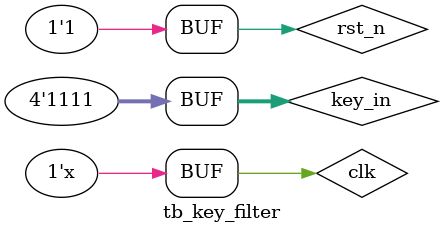
<source format=v>
`timescale 1ns / 1ps
module tb_key_filter;
	reg clk;
	reg rst_n;
	reg [3:0] key_in;
	wire [3:0] led;
	key_filter uut (
		.clk(clk), 
		.rst_n(rst_n), 
		.key_in(key_in), 
		.led(led)
	);
always #10 clk = ~clk;
	initial begin
		// Initialize Inputs
		clk = 0;
		rst_n = 0;
		key_in = 4'b1111;
		#100;
        rst_n = 4'b01;
        #3000;
        key_in = 4'b1110;
        #1000;
        key_in = 4'b1111;
        #140;
        key_in = 4'b1110;
        #2000;
        key_in = 4'b1111;
        #3000;
        key_in = 4'b1110;
        #100;
        key_in = 4'b1111;
        #20;
        key_in = 4'b1110;
        #(20*10000000);
        key_in = 4'b1111;
        #1000;
        key_in = 4'b1110;
        #140;
        key_in = 4'b1111;
        #2000;
        key_in = 4'b1110;
        #3000;
        key_in = 4'b1111;
        #100;
        key_in = 4'b1110;
        #20;
        key_in = 4'b1111;
        #20;
        key_in = 4'b1111;
	end
      
endmodule


</source>
